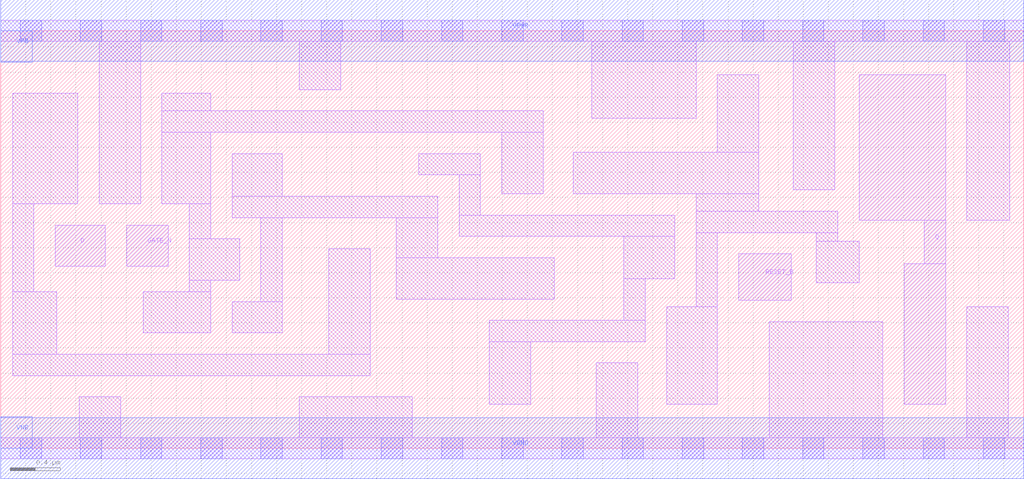
<source format=lef>
# Copyright 2020 The SkyWater PDK Authors
#
# Licensed under the Apache License, Version 2.0 (the "License");
# you may not use this file except in compliance with the License.
# You may obtain a copy of the License at
#
#     https://www.apache.org/licenses/LICENSE-2.0
#
# Unless required by applicable law or agreed to in writing, software
# distributed under the License is distributed on an "AS IS" BASIS,
# WITHOUT WARRANTIES OR CONDITIONS OF ANY KIND, either express or implied.
# See the License for the specific language governing permissions and
# limitations under the License.
#
# SPDX-License-Identifier: Apache-2.0

VERSION 5.5 ;
NAMESCASESENSITIVE ON ;
BUSBITCHARS "[]" ;
DIVIDERCHAR "/" ;
MACRO sky130_fd_sc_hs__dlrtn_2
  CLASS CORE ;
  SOURCE USER ;
  ORIGIN  0.000000  0.000000 ;
  SIZE  8.160000 BY  3.330000 ;
  SYMMETRY X Y ;
  SITE unit ;
  PIN D
    ANTENNAGATEAREA  0.208000 ;
    DIRECTION INPUT ;
    USE SIGNAL ;
    PORT
      LAYER li1 ;
        RECT 0.435000 1.450000 0.835000 1.780000 ;
    END
  END D
  PIN Q
    ANTENNADIFFAREA  0.543200 ;
    DIRECTION OUTPUT ;
    USE SIGNAL ;
    PORT
      LAYER li1 ;
        RECT 6.845000 1.820000 7.535000 2.980000 ;
        RECT 7.205000 0.350000 7.535000 1.470000 ;
        RECT 7.365000 1.470000 7.535000 1.820000 ;
    END
  END Q
  PIN RESET_B
    ANTENNAGATEAREA  0.279000 ;
    DIRECTION INPUT ;
    USE SIGNAL ;
    PORT
      LAYER li1 ;
        RECT 5.885000 1.180000 6.305000 1.550000 ;
    END
  END RESET_B
  PIN GATE_N
    ANTENNAGATEAREA  0.237000 ;
    DIRECTION INPUT ;
    USE CLOCK ;
    PORT
      LAYER li1 ;
        RECT 1.005000 1.450000 1.335000 1.780000 ;
    END
  END GATE_N
  PIN VGND
    DIRECTION INOUT ;
    USE GROUND ;
    PORT
      LAYER met1 ;
        RECT 0.000000 -0.245000 8.160000 0.245000 ;
    END
  END VGND
  PIN VNB
    DIRECTION INOUT ;
    USE GROUND ;
    PORT
      LAYER met1 ;
        RECT 0.000000 0.000000 0.250000 0.250000 ;
    END
  END VNB
  PIN VPB
    DIRECTION INOUT ;
    USE POWER ;
    PORT
      LAYER met1 ;
        RECT 0.000000 3.080000 0.250000 3.330000 ;
    END
  END VPB
  PIN VPWR
    DIRECTION INOUT ;
    USE POWER ;
    PORT
      LAYER met1 ;
        RECT 0.000000 3.085000 8.160000 3.575000 ;
    END
  END VPWR
  OBS
    LAYER li1 ;
      RECT 0.000000 -0.085000 8.160000 0.085000 ;
      RECT 0.000000  3.245000 8.160000 3.415000 ;
      RECT 0.095000  0.580000 2.945000 0.750000 ;
      RECT 0.095000  0.750000 0.445000 1.250000 ;
      RECT 0.095000  1.250000 0.265000 1.950000 ;
      RECT 0.095000  1.950000 0.615000 2.830000 ;
      RECT 0.625000  0.085000 0.955000 0.410000 ;
      RECT 0.785000  1.950000 1.115000 3.245000 ;
      RECT 1.135000  0.920000 1.675000 1.250000 ;
      RECT 1.285000  1.950000 1.675000 2.520000 ;
      RECT 1.285000  2.520000 4.325000 2.690000 ;
      RECT 1.285000  2.690000 1.675000 2.830000 ;
      RECT 1.505000  1.250000 1.675000 1.340000 ;
      RECT 1.505000  1.340000 1.905000 1.670000 ;
      RECT 1.505000  1.670000 1.675000 1.950000 ;
      RECT 1.845000  0.920000 2.245000 1.170000 ;
      RECT 1.845000  1.840000 3.485000 2.010000 ;
      RECT 1.845000  2.010000 2.245000 2.350000 ;
      RECT 2.075000  1.170000 2.245000 1.840000 ;
      RECT 2.380000  0.085000 3.280000 0.410000 ;
      RECT 2.380000  2.860000 2.710000 3.245000 ;
      RECT 2.615000  0.750000 2.945000 1.590000 ;
      RECT 3.155000  1.190000 4.415000 1.520000 ;
      RECT 3.155000  1.520000 3.485000 1.840000 ;
      RECT 3.335000  2.180000 3.825000 2.350000 ;
      RECT 3.655000  1.690000 5.375000 1.860000 ;
      RECT 3.655000  1.860000 3.825000 2.180000 ;
      RECT 3.895000  0.350000 4.225000 0.850000 ;
      RECT 3.895000  0.850000 5.140000 1.020000 ;
      RECT 3.995000  2.030000 4.325000 2.520000 ;
      RECT 4.565000  2.030000 6.045000 2.360000 ;
      RECT 4.715000  2.630000 5.545000 3.245000 ;
      RECT 4.750000  0.085000 5.080000 0.680000 ;
      RECT 4.970000  1.020000 5.140000 1.350000 ;
      RECT 4.970000  1.350000 5.375000 1.690000 ;
      RECT 5.310000  0.350000 5.715000 1.130000 ;
      RECT 5.545000  1.130000 5.715000 1.720000 ;
      RECT 5.545000  1.720000 6.675000 1.890000 ;
      RECT 5.545000  1.890000 6.045000 2.030000 ;
      RECT 5.715000  2.360000 6.045000 2.980000 ;
      RECT 6.130000  0.085000 7.035000 1.010000 ;
      RECT 6.320000  2.060000 6.650000 3.245000 ;
      RECT 6.505000  1.320000 6.845000 1.650000 ;
      RECT 6.505000  1.650000 6.675000 1.720000 ;
      RECT 7.705000  0.085000 8.035000 1.130000 ;
      RECT 7.705000  1.820000 8.045000 3.245000 ;
    LAYER mcon ;
      RECT 0.155000 -0.085000 0.325000 0.085000 ;
      RECT 0.155000  3.245000 0.325000 3.415000 ;
      RECT 0.635000 -0.085000 0.805000 0.085000 ;
      RECT 0.635000  3.245000 0.805000 3.415000 ;
      RECT 1.115000 -0.085000 1.285000 0.085000 ;
      RECT 1.115000  3.245000 1.285000 3.415000 ;
      RECT 1.595000 -0.085000 1.765000 0.085000 ;
      RECT 1.595000  3.245000 1.765000 3.415000 ;
      RECT 2.075000 -0.085000 2.245000 0.085000 ;
      RECT 2.075000  3.245000 2.245000 3.415000 ;
      RECT 2.555000 -0.085000 2.725000 0.085000 ;
      RECT 2.555000  3.245000 2.725000 3.415000 ;
      RECT 3.035000 -0.085000 3.205000 0.085000 ;
      RECT 3.035000  3.245000 3.205000 3.415000 ;
      RECT 3.515000 -0.085000 3.685000 0.085000 ;
      RECT 3.515000  3.245000 3.685000 3.415000 ;
      RECT 3.995000 -0.085000 4.165000 0.085000 ;
      RECT 3.995000  3.245000 4.165000 3.415000 ;
      RECT 4.475000 -0.085000 4.645000 0.085000 ;
      RECT 4.475000  3.245000 4.645000 3.415000 ;
      RECT 4.955000 -0.085000 5.125000 0.085000 ;
      RECT 4.955000  3.245000 5.125000 3.415000 ;
      RECT 5.435000 -0.085000 5.605000 0.085000 ;
      RECT 5.435000  3.245000 5.605000 3.415000 ;
      RECT 5.915000 -0.085000 6.085000 0.085000 ;
      RECT 5.915000  3.245000 6.085000 3.415000 ;
      RECT 6.395000 -0.085000 6.565000 0.085000 ;
      RECT 6.395000  3.245000 6.565000 3.415000 ;
      RECT 6.875000 -0.085000 7.045000 0.085000 ;
      RECT 6.875000  3.245000 7.045000 3.415000 ;
      RECT 7.355000 -0.085000 7.525000 0.085000 ;
      RECT 7.355000  3.245000 7.525000 3.415000 ;
      RECT 7.835000 -0.085000 8.005000 0.085000 ;
      RECT 7.835000  3.245000 8.005000 3.415000 ;
  END
END sky130_fd_sc_hs__dlrtn_2
END LIBRARY

</source>
